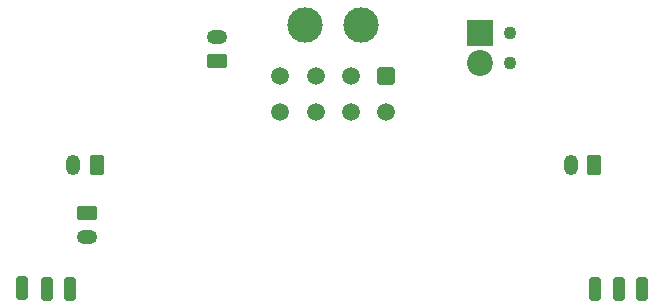
<source format=gbr>
%TF.GenerationSoftware,KiCad,Pcbnew,(6.0.0)*%
%TF.CreationDate,2023-10-09T13:50:17-07:00*%
%TF.ProjectId,minisb_bowden,6d696e69-7362-45f6-926f-7764656e2e6b,rev?*%
%TF.SameCoordinates,Original*%
%TF.FileFunction,Soldermask,Bot*%
%TF.FilePolarity,Negative*%
%FSLAX46Y46*%
G04 Gerber Fmt 4.6, Leading zero omitted, Abs format (unit mm)*
G04 Created by KiCad (PCBNEW (6.0.0)) date 2023-10-09 13:50:17*
%MOMM*%
%LPD*%
G01*
G04 APERTURE LIST*
G04 Aperture macros list*
%AMRoundRect*
0 Rectangle with rounded corners*
0 $1 Rounding radius*
0 $2 $3 $4 $5 $6 $7 $8 $9 X,Y pos of 4 corners*
0 Add a 4 corners polygon primitive as box body*
4,1,4,$2,$3,$4,$5,$6,$7,$8,$9,$2,$3,0*
0 Add four circle primitives for the rounded corners*
1,1,$1+$1,$2,$3*
1,1,$1+$1,$4,$5*
1,1,$1+$1,$6,$7*
1,1,$1+$1,$8,$9*
0 Add four rect primitives between the rounded corners*
20,1,$1+$1,$2,$3,$4,$5,0*
20,1,$1+$1,$4,$5,$6,$7,0*
20,1,$1+$1,$6,$7,$8,$9,0*
20,1,$1+$1,$8,$9,$2,$3,0*%
G04 Aperture macros list end*
%ADD10RoundRect,0.250000X-0.625000X0.350000X-0.625000X-0.350000X0.625000X-0.350000X0.625000X0.350000X0*%
%ADD11O,1.750000X1.200000*%
%ADD12RoundRect,0.250000X0.250000X0.750000X-0.250000X0.750000X-0.250000X-0.750000X0.250000X-0.750000X0*%
%ADD13C,1.100000*%
%ADD14R,2.200000X2.200000*%
%ADD15C,2.200000*%
%ADD16RoundRect,0.250000X0.625000X-0.350000X0.625000X0.350000X-0.625000X0.350000X-0.625000X-0.350000X0*%
%ADD17C,3.000000*%
%ADD18RoundRect,0.250000X0.500000X0.500000X-0.500000X0.500000X-0.500000X-0.500000X0.500000X-0.500000X0*%
%ADD19C,1.500000*%
%ADD20RoundRect,0.250000X0.350000X0.625000X-0.350000X0.625000X-0.350000X-0.625000X0.350000X-0.625000X0*%
%ADD21O,1.200000X1.750000*%
G04 APERTURE END LIST*
D10*
%TO.C,HEF*%
X104960000Y-101580000D03*
D11*
X104960000Y-103580000D03*
%TD*%
D12*
%TO.C,G*%
X148000000Y-108000000D03*
%TD*%
%TO.C,S*%
X150000000Y-108000000D03*
%TD*%
D13*
%TO.C,HE0*%
X140850000Y-86320000D03*
X140850000Y-88860000D03*
D14*
X138310000Y-86320000D03*
D15*
X138310000Y-88860000D03*
%TD*%
D12*
%TO.C,G*%
X99470000Y-107960000D03*
%TD*%
D16*
%TO.C,TH0*%
X116000000Y-88710000D03*
D11*
X116000000Y-86710000D03*
%TD*%
D17*
%TO.C,MCU*%
X123492500Y-85680000D03*
X128192500Y-85680000D03*
D18*
X130352500Y-90000000D03*
D19*
X127352500Y-90000000D03*
X124352500Y-90000000D03*
X121352500Y-90000000D03*
X130352500Y-93000000D03*
X127352500Y-93000000D03*
X124352500Y-93000000D03*
X121352500Y-93000000D03*
%TD*%
D12*
%TO.C,5v*%
X103560000Y-108000000D03*
%TD*%
D20*
%TO.C,PCF*%
X147950000Y-97540000D03*
X147950000Y-97540000D03*
D21*
X145950000Y-97540000D03*
X145950000Y-97540000D03*
%TD*%
D12*
%TO.C,5v*%
X152000000Y-108000000D03*
%TD*%
%TO.C,S*%
X101570000Y-108000000D03*
%TD*%
D20*
%TO.C,PCF*%
X105840000Y-97540000D03*
D21*
X103840000Y-97540000D03*
%TD*%
M02*

</source>
